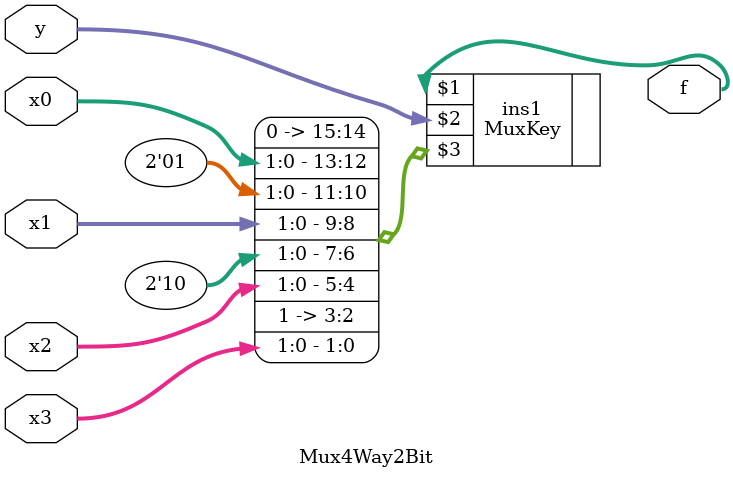
<source format=v>
module Mux4Way2Bit(
    input [1:0] x0,
    input [1:0] x1,
    input [1:0] x2,
    input [1:0] x3,
    input [1:0] y,
    output [1:0] f 
);
    // Mux4Way ins1({x3[0],x2[0],x1[0],x0[0]},y,f[0]);
    // Mux4Way ins2({x3[1],x2[1],x1[1],x0[1]},y,f[1]);
    MuxKey #(4,2,2) ins1(f, y, {
        2'b00, x0,
        2'b01, x1,
        2'b10, x2,
        2'b11, x3
    });
endmodule

</source>
